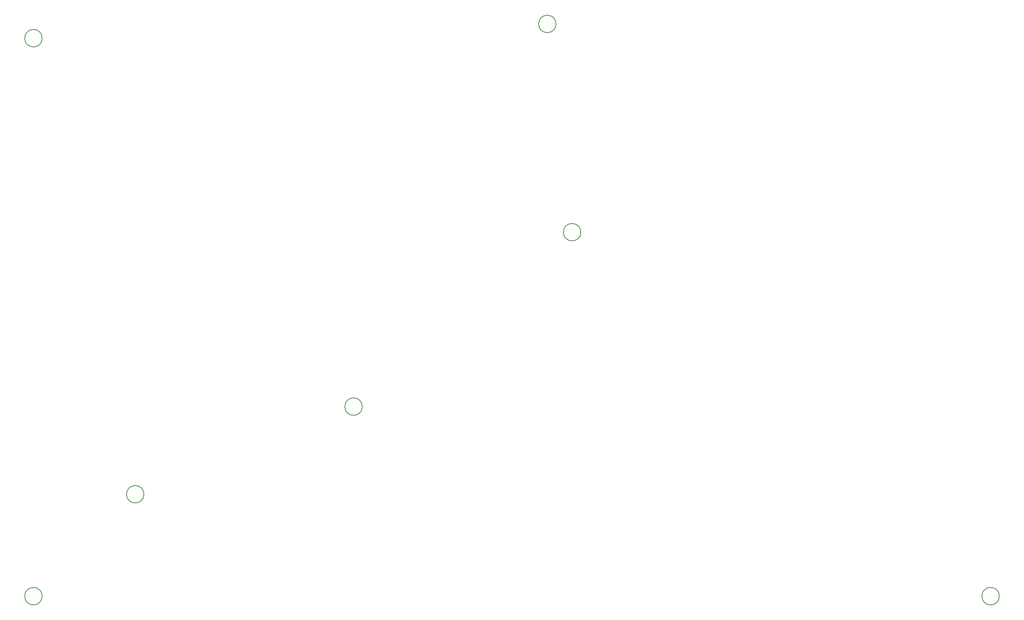
<source format=gbr>
%TF.GenerationSoftware,KiCad,Pcbnew,8.0.4*%
%TF.CreationDate,2024-10-30T12:37:52-05:00*%
%TF.ProjectId,numlocked_left_plate,6e756d6c-6f63-46b6-9564-5f6c6566745f,rev?*%
%TF.SameCoordinates,Original*%
%TF.FileFunction,Other,Comment*%
%FSLAX46Y46*%
G04 Gerber Fmt 4.6, Leading zero omitted, Abs format (unit mm)*
G04 Created by KiCad (PCBNEW 8.0.4) date 2024-10-30 12:37:52*
%MOMM*%
%LPD*%
G01*
G04 APERTURE LIST*
%ADD10C,0.150000*%
G04 APERTURE END LIST*
D10*
%TO.C,H2*%
X36307000Y-150512500D02*
G75*
G02*
X32507000Y-150512500I-1900000J0D01*
G01*
X32507000Y-150512500D02*
G75*
G02*
X36307000Y-150512500I1900000J0D01*
G01*
%TO.C,H4*%
X153751000Y-71129500D02*
G75*
G02*
X149951000Y-71129500I-1900000J0D01*
G01*
X149951000Y-71129500D02*
G75*
G02*
X153751000Y-71129500I1900000J0D01*
G01*
%TO.C,H6*%
X106100000Y-109169500D02*
G75*
G02*
X102300000Y-109169500I-1900000J0D01*
G01*
X102300000Y-109169500D02*
G75*
G02*
X106100000Y-109169500I1900000J0D01*
G01*
%TO.C,H5*%
X58501000Y-128279500D02*
G75*
G02*
X54701000Y-128279500I-1900000J0D01*
G01*
X54701000Y-128279500D02*
G75*
G02*
X58501000Y-128279500I1900000J0D01*
G01*
%TO.C,H3*%
X148347000Y-25713000D02*
G75*
G02*
X144547000Y-25713000I-1900000J0D01*
G01*
X144547000Y-25713000D02*
G75*
G02*
X148347000Y-25713000I1900000J0D01*
G01*
%TO.C,H7*%
X245001500Y-150512500D02*
G75*
G02*
X241201500Y-150512500I-1900000J0D01*
G01*
X241201500Y-150512500D02*
G75*
G02*
X245001500Y-150512500I1900000J0D01*
G01*
%TO.C,H1*%
X36307000Y-28823000D02*
G75*
G02*
X32507000Y-28823000I-1900000J0D01*
G01*
X32507000Y-28823000D02*
G75*
G02*
X36307000Y-28823000I1900000J0D01*
G01*
%TD*%
M02*

</source>
